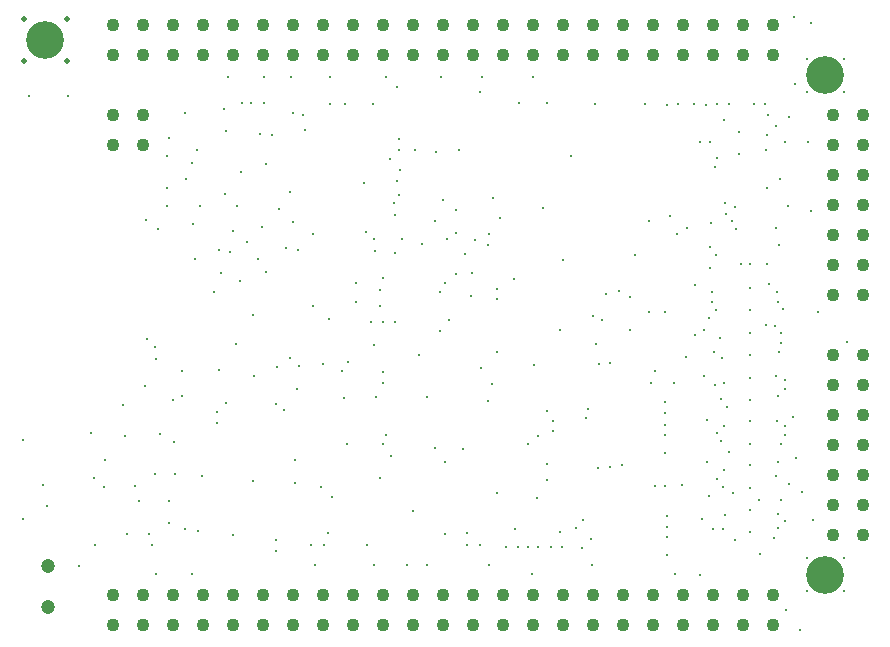
<source format=gbr>
%TF.GenerationSoftware,Altium Limited,Altium Designer,21.1.0 (24)*%
G04 Layer_Color=0*
%FSLAX45Y45*%
%MOMM*%
%TF.SameCoordinates,22AD4BEA-BF74-4225-A0B4-C9A39FC99EA3*%
%TF.FilePolarity,Positive*%
%TF.FileFunction,Plated,1,4,PTH,Drill*%
%TF.Part,Single*%
G01*
G75*
%TA.AperFunction,ComponentDrill*%
%ADD231C,1.10000*%
%ADD232C,1.10000*%
%ADD233C,3.20000*%
%ADD234C,1.20000*%
%TA.AperFunction,ViaDrill,NotFilled*%
%ADD235C,0.25000*%
%ADD236C,0.50000*%
D231*
X2032000Y190500D02*
D03*
X2286000D02*
D03*
X2540000D02*
D03*
X2794000D02*
D03*
X3048000D02*
D03*
X3302000D02*
D03*
X3556000D02*
D03*
X3810000D02*
D03*
X4064000D02*
D03*
X4318000D02*
D03*
X4572000D02*
D03*
X4826000D02*
D03*
X5080000D02*
D03*
X5334000D02*
D03*
X5588000D02*
D03*
X5842000D02*
D03*
X6096000D02*
D03*
X6350000D02*
D03*
X6604000D02*
D03*
X6858000D02*
D03*
X7112000D02*
D03*
X7366000D02*
D03*
X7620000D02*
D03*
X2032000Y444500D02*
D03*
X2286000D02*
D03*
X2540000D02*
D03*
X2794000D02*
D03*
X3048000D02*
D03*
X3302000D02*
D03*
X3556000D02*
D03*
X3810000D02*
D03*
X4064000D02*
D03*
X4318000D02*
D03*
X4572000D02*
D03*
X4826000D02*
D03*
X5080000D02*
D03*
X5334000D02*
D03*
X5588000D02*
D03*
X5842000D02*
D03*
X6096000D02*
D03*
X6350000D02*
D03*
X6604000D02*
D03*
X6858000D02*
D03*
X7112000D02*
D03*
X7366000D02*
D03*
X7620000D02*
D03*
X2032000Y5016500D02*
D03*
X2286000D02*
D03*
X2540000D02*
D03*
X2794000D02*
D03*
X3048000D02*
D03*
X3302000D02*
D03*
X3556000D02*
D03*
X3810000D02*
D03*
X4064000D02*
D03*
X4318000D02*
D03*
X4572000D02*
D03*
X4826000D02*
D03*
X5080000D02*
D03*
X5334000D02*
D03*
X5588000D02*
D03*
X5842000D02*
D03*
X6096000D02*
D03*
X6350000D02*
D03*
X6604000D02*
D03*
X6858000D02*
D03*
X7112000D02*
D03*
X7366000D02*
D03*
X7620000D02*
D03*
X2032000Y5270500D02*
D03*
X2286000D02*
D03*
X2540000D02*
D03*
X2794000D02*
D03*
X3048000D02*
D03*
X3302000D02*
D03*
X3556000D02*
D03*
X3810000D02*
D03*
X4064000D02*
D03*
X4318000D02*
D03*
X4572000D02*
D03*
X4826000D02*
D03*
X5080000D02*
D03*
X5334000D02*
D03*
X5588000D02*
D03*
X5842000D02*
D03*
X6096000D02*
D03*
X6350000D02*
D03*
X6604000D02*
D03*
X6858000D02*
D03*
X7112000D02*
D03*
X7366000D02*
D03*
X7620000D02*
D03*
X2286000Y4258400D02*
D03*
X2032000D02*
D03*
X2286000Y4512400D02*
D03*
X2032000D02*
D03*
D232*
X8382000Y952800D02*
D03*
Y1206800D02*
D03*
Y1460800D02*
D03*
Y1714800D02*
D03*
Y1968800D02*
D03*
Y2222800D02*
D03*
Y2476800D02*
D03*
X8128000Y952800D02*
D03*
Y1206800D02*
D03*
Y1460800D02*
D03*
Y1714800D02*
D03*
Y1968800D02*
D03*
Y2222800D02*
D03*
Y2476800D02*
D03*
Y4508800D02*
D03*
Y4254800D02*
D03*
Y4000800D02*
D03*
Y3746800D02*
D03*
Y3492800D02*
D03*
Y3238800D02*
D03*
Y2984800D02*
D03*
X8382000Y4508800D02*
D03*
Y4254800D02*
D03*
Y4000800D02*
D03*
Y3746800D02*
D03*
Y3492800D02*
D03*
Y3238800D02*
D03*
Y2984800D02*
D03*
D233*
X8064500Y615000D02*
D03*
Y4846000D02*
D03*
X1460500Y5143500D02*
D03*
D234*
X1480000Y695000D02*
D03*
Y345000D02*
D03*
D235*
X4480000Y3460000D02*
D03*
X4420000Y3340000D02*
D03*
X3218327Y2818327D02*
D03*
X5670000Y3720000D02*
D03*
X4937951Y3702049D02*
D03*
X2510000Y1055000D02*
D03*
Y1245000D02*
D03*
X3570000Y1395000D02*
D03*
Y1585000D02*
D03*
X7430000Y2855000D02*
D03*
Y3045000D02*
D03*
Y975000D02*
D03*
Y1165000D02*
D03*
Y1725000D02*
D03*
Y1915000D02*
D03*
Y1355000D02*
D03*
Y1545000D02*
D03*
Y2095000D02*
D03*
Y2285000D02*
D03*
X7330000Y4365000D02*
D03*
Y4175000D02*
D03*
X7430000Y2475000D02*
D03*
Y2665000D02*
D03*
X8224500Y755000D02*
D03*
Y475000D02*
D03*
X7904500D02*
D03*
Y755000D02*
D03*
X8224500Y4986000D02*
D03*
Y4706000D02*
D03*
X7904500D02*
D03*
Y4986000D02*
D03*
X7670000Y2500000D02*
D03*
X7205153Y2243440D02*
D03*
X7149861Y1819851D02*
D03*
X7201861Y1873897D02*
D03*
X7649985Y1449997D02*
D03*
X7789634Y1953060D02*
D03*
X7814733Y1601672D02*
D03*
X7195514Y1363489D02*
D03*
X7150000Y1430000D02*
D03*
X4177489Y3515000D02*
D03*
X4246654Y3463445D02*
D03*
X2360000Y870000D02*
D03*
X3592272Y2185804D02*
D03*
X6110659Y4600659D02*
D03*
X6540012Y4604881D02*
D03*
X7945208Y5287588D02*
D03*
X7707970Y2864162D02*
D03*
X4320000Y2330000D02*
D03*
X4620000Y2480000D02*
D03*
X4290000Y3030000D02*
D03*
X4420000Y2760000D02*
D03*
X4290000Y2890000D02*
D03*
X4321405Y2760000D02*
D03*
X3530000Y3860000D02*
D03*
X2650000Y3970000D02*
D03*
X2970000Y4560000D02*
D03*
X3121034Y4610965D02*
D03*
X3200000Y4610000D02*
D03*
X4000000Y4602500D02*
D03*
X4230000D02*
D03*
X4434292Y4747500D02*
D03*
X2772500Y3740000D02*
D03*
X5705659Y2004341D02*
D03*
X5820000Y2690000D02*
D03*
X5600000Y2390000D02*
D03*
X2910000Y1900000D02*
D03*
X3050000Y950000D02*
D03*
X5030000Y870000D02*
D03*
X5140000D02*
D03*
X7955161Y1080000D02*
D03*
X4811250Y4830000D02*
D03*
X3010000D02*
D03*
X2508228Y4313171D02*
D03*
X1320000Y4670000D02*
D03*
X4590000Y4210000D02*
D03*
X4650000Y3420000D02*
D03*
X2640000Y4530000D02*
D03*
X5280000Y2500000D02*
D03*
X6570000Y3610000D02*
D03*
Y2840000D02*
D03*
X6120000Y2570000D02*
D03*
X5620000Y1270000D02*
D03*
X7680000Y3970000D02*
D03*
X7580000Y4510000D02*
D03*
X3230000Y2300000D02*
D03*
X3077354Y2569391D02*
D03*
X2387416Y2543022D02*
D03*
X2646036Y1005198D02*
D03*
X1470000Y1200000D02*
D03*
X1962644Y1591929D02*
D03*
X2218243Y1370541D02*
D03*
X2560000Y1470000D02*
D03*
X2915692Y1991900D02*
D03*
X3220000Y1410000D02*
D03*
X4342217Y1798770D02*
D03*
X3890000Y1279012D02*
D03*
X4292233Y1439012D02*
D03*
X3795060Y1359012D02*
D03*
X4390000Y1620000D02*
D03*
X7719999Y4280000D02*
D03*
X7650000Y4420000D02*
D03*
X7570000Y4340000D02*
D03*
X7760000Y4490000D02*
D03*
X7750000Y3740000D02*
D03*
X7650000Y3550000D02*
D03*
X7940000Y3700000D02*
D03*
X7810000Y4774736D02*
D03*
X5140529Y4700000D02*
D03*
X3870000Y4602500D02*
D03*
X5470000Y4610000D02*
D03*
X5703349Y4613348D02*
D03*
X5590000Y4830000D02*
D03*
X4340000D02*
D03*
X3870000D02*
D03*
X3540000D02*
D03*
X3310000D02*
D03*
Y4610000D02*
D03*
X3560000Y4530000D02*
D03*
X3640000Y4510000D02*
D03*
X5160000Y4830000D02*
D03*
X3850000Y970000D02*
D03*
X7250000Y4600000D02*
D03*
X7460000D02*
D03*
X7204341Y4465659D02*
D03*
X7149606Y4600923D02*
D03*
X7050000Y4595265D02*
D03*
X7549859Y4599532D02*
D03*
X6950000Y4600000D02*
D03*
X6820000D02*
D03*
X6720695Y4598026D02*
D03*
X5760000Y1920000D02*
D03*
Y1830000D02*
D03*
X5838749Y3281251D02*
D03*
X6142500Y1520000D02*
D03*
X6241568Y1531568D02*
D03*
X5710000Y1552500D02*
D03*
X6340000Y1550000D02*
D03*
X6057500Y2016697D02*
D03*
X5630000Y1790000D02*
D03*
X6006652Y846652D02*
D03*
X6013303Y1076697D02*
D03*
X5950000Y1010000D02*
D03*
X5820000Y980000D02*
D03*
X5830000Y850529D02*
D03*
X6080000Y920000D02*
D03*
X4770000Y4200000D02*
D03*
X4220000Y2760000D02*
D03*
X4570000Y1160000D02*
D03*
X2620000Y2340000D02*
D03*
X2550000Y1740000D02*
D03*
X2430000Y1810000D02*
D03*
X3970659Y2339342D02*
D03*
X3479341Y2010658D02*
D03*
X3409993Y2059996D02*
D03*
X4020000Y2420000D02*
D03*
X2390000Y1470000D02*
D03*
X1440000Y1380000D02*
D03*
X3862500Y2780000D02*
D03*
X3810000Y2400000D02*
D03*
X4014886Y1725615D02*
D03*
X5440000Y1002500D02*
D03*
X5359342Y849342D02*
D03*
X5740000Y850000D02*
D03*
X5460000D02*
D03*
X5550000D02*
D03*
X5630000D02*
D03*
X4320000Y1720000D02*
D03*
X4760000Y1690000D02*
D03*
X4260000Y2120000D02*
D03*
X3990000Y2110000D02*
D03*
X4840000Y960000D02*
D03*
X3820000Y870000D02*
D03*
X4180000D02*
D03*
X5030000Y970000D02*
D03*
X2340000Y960000D02*
D03*
X5580000Y620000D02*
D03*
X2150000Y960000D02*
D03*
X2119640Y2050360D02*
D03*
X2130000Y1790000D02*
D03*
X2750000Y990000D02*
D03*
X3710000Y870000D02*
D03*
X2400000Y620000D02*
D03*
X2700000D02*
D03*
X2787500Y1452500D02*
D03*
X1960000Y1360000D02*
D03*
X1744381Y690018D02*
D03*
X1880000Y870000D02*
D03*
X2250000Y1240000D02*
D03*
X1870000Y1440000D02*
D03*
X2320000Y2610000D02*
D03*
X2710000Y3590000D02*
D03*
X2950000Y3170000D02*
D03*
X3021664Y3349445D02*
D03*
X2310000Y3620000D02*
D03*
X2410000Y3544998D02*
D03*
X2300573Y2211071D02*
D03*
X5210000Y3410000D02*
D03*
X5214602Y3502534D02*
D03*
X7040659Y2300659D02*
D03*
X6879848Y2460817D02*
D03*
X7019342Y1090658D02*
D03*
X7109986Y999998D02*
D03*
X6999895Y614807D02*
D03*
X7510457Y792345D02*
D03*
X5000000Y1680000D02*
D03*
X7730000Y320000D02*
D03*
X8248354Y2583854D02*
D03*
X7210000Y3760000D02*
D03*
X6410000Y2690000D02*
D03*
X6176154Y2770358D02*
D03*
X3410000Y910000D02*
D03*
Y820000D02*
D03*
X6710253Y1885314D02*
D03*
X7130000Y2220000D02*
D03*
X7800000Y5340000D02*
D03*
X7502500Y1252366D02*
D03*
X7689985Y1249997D02*
D03*
X7280000Y1307500D02*
D03*
X7870000Y1320000D02*
D03*
X7754146Y1387500D02*
D03*
X7000000Y4284038D02*
D03*
X7189986Y2449995D02*
D03*
X7120000Y2500000D02*
D03*
X7040000Y2690000D02*
D03*
X6960000Y2650000D02*
D03*
X7169986Y2619995D02*
D03*
X7080000Y2790000D02*
D03*
X7090000Y4280000D02*
D03*
X7142717Y4143903D02*
D03*
X7129986Y4069992D02*
D03*
X4410000Y3760000D02*
D03*
X4420000Y3660000D02*
D03*
X7350000Y3249251D02*
D03*
X7426750D02*
D03*
X7566184D02*
D03*
X7590000Y3080000D02*
D03*
X7658087Y3011913D02*
D03*
X7141317Y3321317D02*
D03*
X7100000Y3010000D02*
D03*
X7640000Y2720000D02*
D03*
X7689985Y2659995D02*
D03*
Y2579995D02*
D03*
X7560000Y2730000D02*
D03*
X7182123Y1747877D02*
D03*
X7060000Y1570000D02*
D03*
Y1930000D02*
D03*
X7181317Y2108683D02*
D03*
X7229986Y2039996D02*
D03*
X7200000Y1000000D02*
D03*
X7210000Y1122500D02*
D03*
X7300000Y910000D02*
D03*
X7209986Y1499997D02*
D03*
X4249991Y3359993D02*
D03*
X4160000Y3930000D02*
D03*
X6810000Y3500000D02*
D03*
X7097500Y3596747D02*
D03*
X7558364Y4210000D02*
D03*
X7920000Y4280000D02*
D03*
X7721054Y2265000D02*
D03*
X7724103Y2190000D02*
D03*
X7649985Y2299995D02*
D03*
X7659985Y2129996D02*
D03*
X7720000Y1880000D02*
D03*
Y1800000D02*
D03*
X7651897Y1922499D02*
D03*
X7687327Y1726203D02*
D03*
X7660000Y1570000D02*
D03*
X7659985Y1129998D02*
D03*
Y1009998D02*
D03*
X7719985Y1069998D02*
D03*
X7630000Y930000D02*
D03*
X6040000Y1940000D02*
D03*
X6780000Y2240000D02*
D03*
X5070000Y3170000D02*
D03*
X5286249Y3033751D02*
D03*
X5280000Y2950000D02*
D03*
X5149951Y2364951D02*
D03*
X4320000Y2240000D02*
D03*
X6719987Y779998D02*
D03*
X6720000Y1020000D02*
D03*
X7570000Y3890000D02*
D03*
X4860000Y3460000D02*
D03*
X4440000Y3950000D02*
D03*
X4380000Y4140000D02*
D03*
X4829990Y3789992D02*
D03*
X4460000Y4040000D02*
D03*
X3730000Y3500000D02*
D03*
X2929994Y3369993D02*
D03*
X3600000Y3370000D02*
D03*
X4090098Y2928585D02*
D03*
X4092500Y3090000D02*
D03*
X3421109Y2379792D02*
D03*
X3730000Y2890000D02*
D03*
X2930000Y2350000D02*
D03*
X3532374Y2452374D02*
D03*
X2727310Y3290000D02*
D03*
X6450000Y3320000D02*
D03*
X4450000Y4310000D02*
D03*
X1270000Y1090000D02*
D03*
Y1760000D02*
D03*
X2740000Y4210000D02*
D03*
X2490000Y4160000D02*
D03*
X3660000Y4380000D02*
D03*
X3280000Y4350000D02*
D03*
X3330000Y4097503D02*
D03*
X3080000Y3740000D02*
D03*
X3050000Y3530000D02*
D03*
X3440000Y3710000D02*
D03*
X3260000Y3290000D02*
D03*
X3330000Y3180000D02*
D03*
X6100000Y2810000D02*
D03*
X6320000Y3020000D02*
D03*
X7090000Y3210000D02*
D03*
X7089986Y3389993D02*
D03*
X4453075Y4211807D02*
D03*
X4960000Y4210000D02*
D03*
X4800000Y3010000D02*
D03*
X5100000Y3450000D02*
D03*
X5010000Y3330000D02*
D03*
X5310000Y3640000D02*
D03*
X5910000Y4160000D02*
D03*
X6239999Y2409999D02*
D03*
X6590000Y2240000D02*
D03*
X7850000Y150000D02*
D03*
X6790000Y620000D02*
D03*
X6620000Y1370000D02*
D03*
X4844366Y1570330D02*
D03*
X2990000Y2070000D02*
D03*
X1850000Y1820000D02*
D03*
X2400000Y2440000D02*
D03*
X2620000Y2130000D02*
D03*
X4240000Y700000D02*
D03*
X4687501Y2117501D02*
D03*
X7660000Y2930000D02*
D03*
X6145217Y2404784D02*
D03*
X6850000Y1380000D02*
D03*
X6620000Y2340000D02*
D03*
X3610000Y2380000D02*
D03*
X1650000Y4670000D02*
D03*
X5710000Y1420000D02*
D03*
X6710000Y1990000D02*
D03*
Y1800000D02*
D03*
Y1650000D02*
D03*
X5280000Y1310000D02*
D03*
X7099986Y2929994D02*
D03*
X6890000Y3550000D02*
D03*
X4320000Y3130000D02*
D03*
X4940000Y3160000D02*
D03*
X4840000Y3085003D02*
D03*
X6960001Y3069999D02*
D03*
X6750000Y3650000D02*
D03*
X7667500Y3410000D02*
D03*
X7300000Y3730000D02*
D03*
X4450000Y3830000D02*
D03*
X4240000Y2560000D02*
D03*
X5060000Y2980003D02*
D03*
X2700000Y4100000D02*
D03*
X3560000Y3600000D02*
D03*
X2487877Y3737876D02*
D03*
X2490000Y3890000D02*
D03*
X3170000Y3430000D02*
D03*
X2992500Y4370000D02*
D03*
X3120000Y4030000D02*
D03*
X6710000Y2840000D02*
D03*
X7140000Y2860000D02*
D03*
X3380000Y4340000D02*
D03*
X3290000Y3560000D02*
D03*
X5210000Y2090000D02*
D03*
X5550000Y1720000D02*
D03*
X5430000Y3120000D02*
D03*
X7310000Y3540000D02*
D03*
X7220000Y3670000D02*
D03*
X6710000Y1370000D02*
D03*
Y2080000D02*
D03*
X7250000Y1660000D02*
D03*
X6720000Y940000D02*
D03*
X7080000Y1280000D02*
D03*
X6720000Y1110000D02*
D03*
X7270000Y3610000D02*
D03*
X8000000Y2840000D02*
D03*
X6210000Y2990000D02*
D03*
X6410000Y2970000D02*
D03*
X3500000Y3380000D02*
D03*
X4761155Y3608969D02*
D03*
X4880000Y2770000D02*
D03*
X4935771Y3510813D02*
D03*
X4690000Y700000D02*
D03*
X6090000D02*
D03*
X3740000D02*
D03*
X4520000D02*
D03*
X5220000D02*
D03*
X3110000Y3100000D02*
D03*
X4800000Y2680000D02*
D03*
X2890000Y3010000D02*
D03*
X2980000Y3840000D02*
D03*
X5250000Y3810000D02*
D03*
X5240000Y2230000D02*
D03*
X2540000Y2100000D02*
D03*
D236*
X1280500Y5323500D02*
D03*
Y4963500D02*
D03*
X1640988D02*
D03*
X1640484Y5323500D02*
D03*
%TF.MD5,6266eb5a024282f2d78d9141f1c0cf3a*%
M02*

</source>
